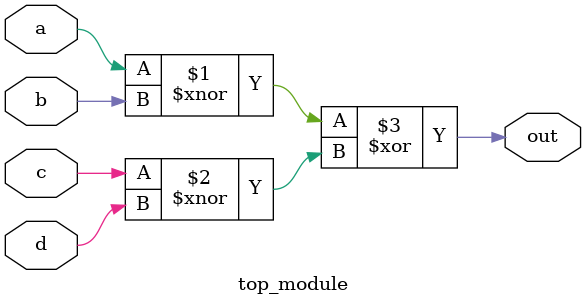
<source format=v>
module top_module(
    input a,
    input b,
    input c,
    input d,
    output out
);
    
    assign out = (a ~^ b) ^ (c ~^ d);

endmodule

</source>
